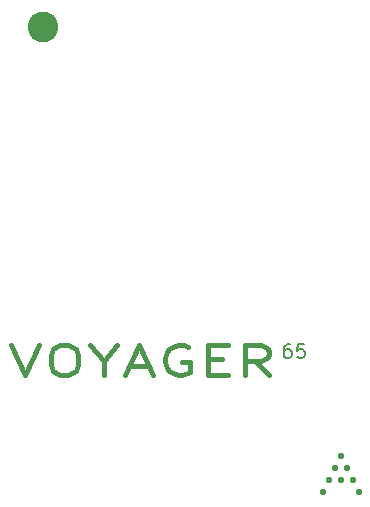
<source format=gts>
G04 #@! TF.FileFunction,Soldermask,Top*
%FSLAX46Y46*%
G04 Gerber Fmt 4.6, Leading zero omitted, Abs format (unit mm)*
G04 Created by KiCad (PCBNEW 4.0.7) date 04/19/18 18:45:57*
%MOMM*%
%LPD*%
G01*
G04 APERTURE LIST*
%ADD10C,0.100000*%
%ADD11C,0.200000*%
%ADD12C,0.400000*%
%ADD13C,2.600000*%
%ADD14C,0.254000*%
G04 APERTURE END LIST*
D10*
D11*
X158216643Y-93513357D02*
X157988072Y-93513357D01*
X157873786Y-93570500D01*
X157816643Y-93627643D01*
X157702357Y-93799071D01*
X157645214Y-94027643D01*
X157645214Y-94484786D01*
X157702357Y-94599071D01*
X157759500Y-94656214D01*
X157873786Y-94713357D01*
X158102357Y-94713357D01*
X158216643Y-94656214D01*
X158273786Y-94599071D01*
X158330929Y-94484786D01*
X158330929Y-94199071D01*
X158273786Y-94084786D01*
X158216643Y-94027643D01*
X158102357Y-93970500D01*
X157873786Y-93970500D01*
X157759500Y-94027643D01*
X157702357Y-94084786D01*
X157645214Y-94199071D01*
X159416643Y-93513357D02*
X158845214Y-93513357D01*
X158788071Y-94084786D01*
X158845214Y-94027643D01*
X158959500Y-93970500D01*
X159245214Y-93970500D01*
X159359500Y-94027643D01*
X159416643Y-94084786D01*
X159473786Y-94199071D01*
X159473786Y-94484786D01*
X159416643Y-94599071D01*
X159359500Y-94656214D01*
X159245214Y-94713357D01*
X158959500Y-94713357D01*
X158845214Y-94656214D01*
X158788071Y-94599071D01*
D12*
X134585666Y-93626952D02*
X135752333Y-96126952D01*
X136919000Y-93626952D01*
X138752333Y-93626952D02*
X139419000Y-93626952D01*
X139752333Y-93746000D01*
X140085666Y-93984095D01*
X140252333Y-94460286D01*
X140252333Y-95293619D01*
X140085666Y-95769810D01*
X139752333Y-96007905D01*
X139419000Y-96126952D01*
X138752333Y-96126952D01*
X138419000Y-96007905D01*
X138085666Y-95769810D01*
X137919000Y-95293619D01*
X137919000Y-94460286D01*
X138085666Y-93984095D01*
X138419000Y-93746000D01*
X138752333Y-93626952D01*
X142419000Y-94936476D02*
X142419000Y-96126952D01*
X141252333Y-93626952D02*
X142419000Y-94936476D01*
X143585667Y-93626952D01*
X144585667Y-95412667D02*
X146252333Y-95412667D01*
X144252333Y-96126952D02*
X145419000Y-93626952D01*
X146585667Y-96126952D01*
X149585667Y-93746000D02*
X149252333Y-93626952D01*
X148752333Y-93626952D01*
X148252333Y-93746000D01*
X147919000Y-93984095D01*
X147752333Y-94222190D01*
X147585667Y-94698381D01*
X147585667Y-95055524D01*
X147752333Y-95531714D01*
X147919000Y-95769810D01*
X148252333Y-96007905D01*
X148752333Y-96126952D01*
X149085667Y-96126952D01*
X149585667Y-96007905D01*
X149752333Y-95888857D01*
X149752333Y-95055524D01*
X149085667Y-95055524D01*
X151252333Y-94817429D02*
X152419000Y-94817429D01*
X152919000Y-96126952D02*
X151252333Y-96126952D01*
X151252333Y-93626952D01*
X152919000Y-93626952D01*
X156419000Y-96126952D02*
X155252334Y-94936476D01*
X154419000Y-96126952D02*
X154419000Y-93626952D01*
X155752334Y-93626952D01*
X156085667Y-93746000D01*
X156252334Y-93865048D01*
X156419000Y-94103143D01*
X156419000Y-94460286D01*
X156252334Y-94698381D01*
X156085667Y-94817429D01*
X155752334Y-94936476D01*
X154419000Y-94936476D01*
D13*
X137287000Y-66675000D03*
D14*
G36*
X162560000Y-103124000D02*
X162306000Y-103124000D01*
X162306000Y-102870000D01*
X162560000Y-102870000D01*
X162560000Y-103124000D01*
X162560000Y-103124000D01*
G37*
X162560000Y-103124000D02*
X162306000Y-103124000D01*
X162306000Y-102870000D01*
X162560000Y-102870000D01*
X162560000Y-103124000D01*
G36*
X162052000Y-104140000D02*
X161798000Y-104140000D01*
X161798000Y-103886000D01*
X162052000Y-103886000D01*
X162052000Y-104140000D01*
X162052000Y-104140000D01*
G37*
X162052000Y-104140000D02*
X161798000Y-104140000D01*
X161798000Y-103886000D01*
X162052000Y-103886000D01*
X162052000Y-104140000D01*
G36*
X161544000Y-105156000D02*
X161290000Y-105156000D01*
X161290000Y-104902000D01*
X161544000Y-104902000D01*
X161544000Y-105156000D01*
X161544000Y-105156000D01*
G37*
X161544000Y-105156000D02*
X161290000Y-105156000D01*
X161290000Y-104902000D01*
X161544000Y-104902000D01*
X161544000Y-105156000D01*
G36*
X161036000Y-106172000D02*
X160782000Y-106172000D01*
X160782000Y-105918000D01*
X161036000Y-105918000D01*
X161036000Y-106172000D01*
X161036000Y-106172000D01*
G37*
X161036000Y-106172000D02*
X160782000Y-106172000D01*
X160782000Y-105918000D01*
X161036000Y-105918000D01*
X161036000Y-106172000D01*
G36*
X163068000Y-104140000D02*
X162814000Y-104140000D01*
X162814000Y-103886000D01*
X163068000Y-103886000D01*
X163068000Y-104140000D01*
X163068000Y-104140000D01*
G37*
X163068000Y-104140000D02*
X162814000Y-104140000D01*
X162814000Y-103886000D01*
X163068000Y-103886000D01*
X163068000Y-104140000D01*
G36*
X163576000Y-105156000D02*
X163322000Y-105156000D01*
X163322000Y-104902000D01*
X163576000Y-104902000D01*
X163576000Y-105156000D01*
X163576000Y-105156000D01*
G37*
X163576000Y-105156000D02*
X163322000Y-105156000D01*
X163322000Y-104902000D01*
X163576000Y-104902000D01*
X163576000Y-105156000D01*
G36*
X164084000Y-106172000D02*
X163830000Y-106172000D01*
X163830000Y-105918000D01*
X164084000Y-105918000D01*
X164084000Y-106172000D01*
X164084000Y-106172000D01*
G37*
X164084000Y-106172000D02*
X163830000Y-106172000D01*
X163830000Y-105918000D01*
X164084000Y-105918000D01*
X164084000Y-106172000D01*
G36*
X162560000Y-105156000D02*
X162306000Y-105156000D01*
X162306000Y-104902000D01*
X162560000Y-104902000D01*
X162560000Y-105156000D01*
X162560000Y-105156000D01*
G37*
X162560000Y-105156000D02*
X162306000Y-105156000D01*
X162306000Y-104902000D01*
X162560000Y-104902000D01*
X162560000Y-105156000D01*
M02*

</source>
